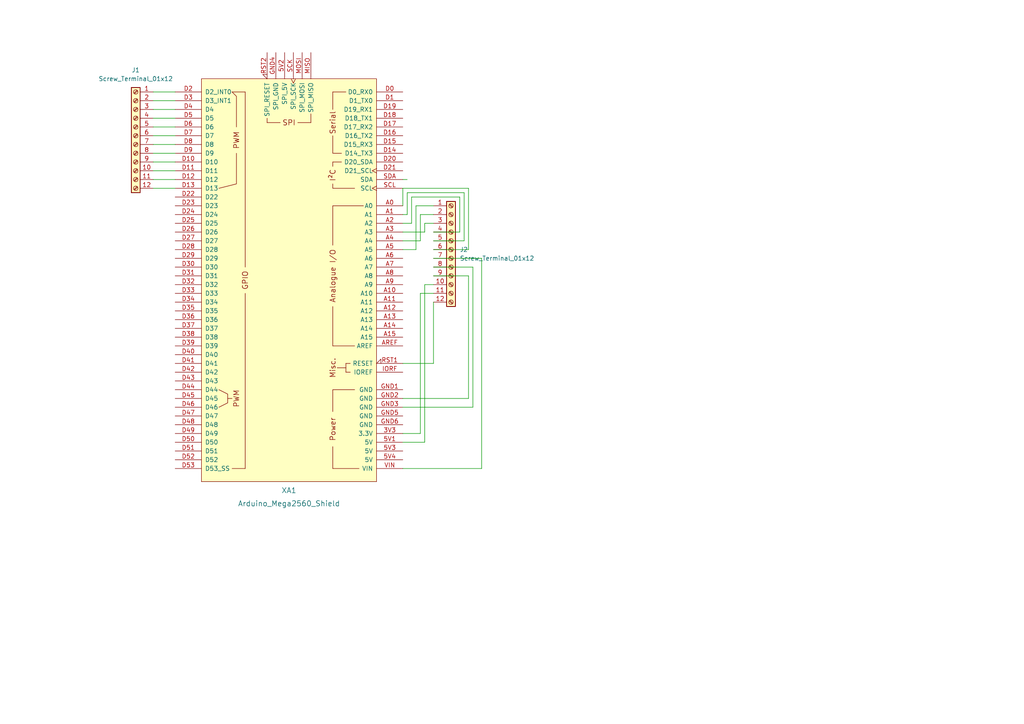
<source format=kicad_sch>
(kicad_sch (version 20211123) (generator eeschema)
  (paper "A4")
  (lib_symbols
    (symbol "Connector:Screw_Terminal_01x12" (pin_names (offset 1.016) hide)
      (property "Reference" "J" (at 0 15.24 0))
      (property "Value" "Screw_Terminal_01x12" (at 0 -17.78 0))
      (symbol "Screw_Terminal_01x12_1_1"
        (rectangle (start -1.27 13.97) (end 1.27 -16.51) (stroke (width 0.254)) (fill (type background)))
        (circle (center 0 -15.24) (radius 0.635) (stroke (width 0.1524)))
        (circle (center 0 -12.7) (radius 0.635) (stroke (width 0.1524)))
        (circle (center 0 -10.16) (radius 0.635) (stroke (width 0.1524)))
        (circle (center 0 -7.62) (radius 0.635) (stroke (width 0.1524)))
        (circle (center 0 -5.08) (radius 0.635) (stroke (width 0.1524)))
        (circle (center 0 -2.54) (radius 0.635) (stroke (width 0.1524)))
        (polyline (pts (xy -0.5334 -14.9098) (xy 0.3302 -15.748)) (stroke (width 0.1524)))
        (polyline (pts (xy -0.5334 -12.3698) (xy 0.3302 -13.208)) (stroke (width 0.1524)))
        (polyline (pts (xy -0.5334 -9.8298) (xy 0.3302 -10.668)) (stroke (width 0.1524)))
        (polyline (pts (xy -0.5334 -7.2898) (xy 0.3302 -8.128)) (stroke (width 0.1524)))
        (polyline (pts (xy -0.5334 -4.7498) (xy 0.3302 -5.588)) (stroke (width 0.1524)))
        (polyline (pts (xy -0.5334 -2.2098) (xy 0.3302 -3.048)) (stroke (width 0.1524)))
        (polyline (pts (xy -0.5334 0.3302) (xy 0.3302 -0.508)) (stroke (width 0.1524)))
        (polyline (pts (xy -0.5334 2.8702) (xy 0.3302 2.032)) (stroke (width 0.1524)))
        (polyline (pts (xy -0.5334 5.4102) (xy 0.3302 4.572)) (stroke (width 0.1524)))
        (polyline (pts (xy -0.5334 7.9502) (xy 0.3302 7.112)) (stroke (width 0.1524)))
        (polyline (pts (xy -0.5334 10.4902) (xy 0.3302 9.652)) (stroke (width 0.1524)))
        (polyline (pts (xy -0.5334 13.0302) (xy 0.3302 12.192)) (stroke (width 0.1524)))
        (polyline (pts (xy -0.3556 -14.732) (xy 0.508 -15.5702)) (stroke (width 0.1524)))
        (polyline (pts (xy -0.3556 -12.192) (xy 0.508 -13.0302)) (stroke (width 0.1524)))
        (polyline (pts (xy -0.3556 -9.652) (xy 0.508 -10.4902)) (stroke (width 0.1524)))
        (polyline (pts (xy -0.3556 -7.112) (xy 0.508 -7.9502)) (stroke (width 0.1524)))
        (polyline (pts (xy -0.3556 -4.572) (xy 0.508 -5.4102)) (stroke (width 0.1524)))
        (polyline (pts (xy -0.3556 -2.032) (xy 0.508 -2.8702)) (stroke (width 0.1524)))
        (polyline (pts (xy -0.3556 0.508) (xy 0.508 -0.3302)) (stroke (width 0.1524)))
        (polyline (pts (xy -0.3556 3.048) (xy 0.508 2.2098)) (stroke (width 0.1524)))
        (polyline (pts (xy -0.3556 5.588) (xy 0.508 4.7498)) (stroke (width 0.1524)))
        (polyline (pts (xy -0.3556 8.128) (xy 0.508 7.2898)) (stroke (width 0.1524)))
        (polyline (pts (xy -0.3556 10.668) (xy 0.508 9.8298)) (stroke (width 0.1524)))
        (polyline (pts (xy -0.3556 13.208) (xy 0.508 12.3698)) (stroke (width 0.1524)))
        (circle (center 0 0) (radius 0.635) (stroke (width 0.1524)))
        (circle (center 0 2.54) (radius 0.635) (stroke (width 0.1524)))
        (circle (center 0 5.08) (radius 0.635) (stroke (width 0.1524)))
        (circle (center 0 7.62) (radius 0.635) (stroke (width 0.1524)))
        (circle (center 0 10.16) (radius 0.635) (stroke (width 0.1524)))
        (circle (center 0 12.7) (radius 0.635) (stroke (width 0.1524)))
        (pin passive line (at -5.08 12.7 0) (length 3.81) (name "Pin_1") (number "1"))
        (pin passive line (at -5.08 -10.16 0) (length 3.81) (name "Pin_10") (number "10"))
        (pin passive line (at -5.08 -12.7 0) (length 3.81) (name "Pin_11") (number "11"))
        (pin passive line (at -5.08 -15.24 0) (length 3.81) (name "Pin_12") (number "12"))
        (pin passive line (at -5.08 10.16 0) (length 3.81) (name "Pin_2") (number "2"))
        (pin passive line (at -5.08 7.62 0) (length 3.81) (name "Pin_3") (number "3"))
        (pin passive line (at -5.08 5.08 0) (length 3.81) (name "Pin_4") (number "4"))
        (pin passive line (at -5.08 2.54 0) (length 3.81) (name "Pin_5") (number "5"))
        (pin passive line (at -5.08 0 0) (length 3.81) (name "Pin_6") (number "6"))
        (pin passive line (at -5.08 -2.54 0) (length 3.81) (name "Pin_7") (number "7"))
        (pin passive line (at -5.08 -5.08 0) (length 3.81) (name "Pin_8") (number "8"))
        (pin passive line (at -5.08 -7.62 0) (length 3.81) (name "Pin_9") (number "9"))
      )
    )
    (symbol "arduino:Arduino_Mega2560_Shield" (pin_names (offset 1.016))
      (property "Reference" "XA" (at 2.54 0 90))
      (property "Value" "Arduino_Mega2560_Shield" (at -2.54 0 90))
      (symbol "Arduino_Mega2560_Shield_0_0"
        (rectangle (start -25.4 -58.42) (end 25.4 58.42) (fill (type background)))
        (rectangle (start -20.32 -54.61) (end -12.7 -54.61))
        (rectangle (start -19.05 -31.75) (end -12.7 -31.75))
        (rectangle (start -19.05 -19.05) (end -12.7 -19.05))
        (rectangle (start -19.05 26.67) (end -12.7 26.67))
        (rectangle (start -17.78 -26.67) (end -16.51 -26.67))
        (rectangle (start -17.78 -24.13) (end -16.51 -24.13))
        (rectangle (start -16.51 -25.4) (end -13.97 -25.4))
        (rectangle (start -16.51 -24.13) (end -16.51 -26.67))
        (rectangle (start -16.51 54.61) (end -12.7 54.61))
        (rectangle (start -15.24 34.29) (end -12.7 34.29))
        (rectangle (start -15.24 36.83) (end -12.7 36.83))
        (rectangle (start -12.7 -54.61) (end -12.7 -48.26))
        (rectangle (start -12.7 -31.75) (end -12.7 -38.1))
        (rectangle (start -12.7 26.67) (end -12.7 27.94))
        (rectangle (start -12.7 34.29) (end -12.7 33.02))
        (rectangle (start -12.7 41.91) (end -12.7 36.83))
        (rectangle (start -12.7 49.53) (end -12.7 54.61))
        (rectangle (start -6.35 48.26) (end -6.35 45.72))
        (rectangle (start -2.54 45.72) (end -6.35 45.72))
        (polyline (pts (xy -21.59 21.59) (xy -12.7 21.59)))
        (polyline (pts (xy -12.7 -19.05) (xy -12.7 -7.62)))
        (polyline (pts (xy -12.7 10.16) (xy -12.7 21.59)))
        (polyline (pts (xy 12.7 -54.61) (xy 16.51 -54.61)))
        (polyline (pts (xy 12.7 54.61) (xy 16.51 54.61)))
        (polyline (pts (xy 17.78 -34.29) (xy 16.51 -34.29)))
        (polyline (pts (xy 15.24 36.83) (xy 15.24 27.94) (xy 20.32 26.67)))
        (polyline (pts (xy 15.24 44.45) (xy 15.24 53.34) (xy 16.51 54.61)))
        (polyline (pts (xy 20.32 -31.75) (xy 17.78 -33.02) (xy 17.78 -35.56) (xy 20.32 -36.83)))
        (rectangle (start 6.35 45.72) (end 2.54 45.72))
        (rectangle (start 6.35 46.99) (end 6.35 45.72))
        (text "Analogue I/O" (at -12.7 1.27 900) (effects (font (size 1.524 1.524))))
        (text "I²C" (at -12.7 30.48 900) (effects (font (size 1.524 1.524))))
        (text "Misc." (at -12.7 -25.4 900) (effects (font (size 1.524 1.524))))
        (text "Power" (at -12.7 -43.18 900) (effects (font (size 1.524 1.524))))
        (text "PWM" (at 15.24 -34.29 900) (effects (font (size 1.524 1.524))))
        (text "PWM" (at 15.24 40.64 900) (effects (font (size 1.524 1.524))))
        (text "Serial" (at -12.7 45.72 900) (effects (font (size 1.524 1.524))))
        (text "SPI" (at 0 45.72 0) (effects (font (size 1.524 1.524))))
      )
      (symbol "Arduino_Mega2560_Shield_1_0"
        (rectangle (start 12.7 -54.61) (end 12.7 -3.81))
        (rectangle (start 12.7 54.61) (end 12.7 3.81))
        (text "GPIO" (at 12.7 0 900) (effects (font (size 1.524 1.524))))
      )
      (symbol "Arduino_Mega2560_Shield_1_1"
        (pin power_out line (at -33.02 -44.45 0) (length 7.62) (name "3.3V") (number "3V3"))
        (pin power_in line (at -33.02 -46.99 0) (length 7.62) (name "5V") (number "5V1"))
        (pin power_in line (at 1.27 66.04 270) (length 7.62) (name "SPI_5V") (number "5V2"))
        (pin power_in line (at -33.02 -49.53 0) (length 7.62) (name "5V") (number "5V3"))
        (pin power_in line (at -33.02 -52.07 0) (length 7.62) (name "5V") (number "5V4"))
        (pin bidirectional line (at -33.02 21.59 0) (length 7.62) (name "A0") (number "A0"))
        (pin bidirectional line (at -33.02 19.05 0) (length 7.62) (name "A1") (number "A1"))
        (pin bidirectional line (at -33.02 -3.81 0) (length 7.62) (name "A10") (number "A10"))
        (pin bidirectional line (at -33.02 -6.35 0) (length 7.62) (name "A11") (number "A11"))
        (pin bidirectional line (at -33.02 -8.89 0) (length 7.62) (name "A12") (number "A12"))
        (pin bidirectional line (at -33.02 -11.43 0) (length 7.62) (name "A13") (number "A13"))
        (pin bidirectional line (at -33.02 -13.97 0) (length 7.62) (name "A14") (number "A14"))
        (pin bidirectional line (at -33.02 -16.51 0) (length 7.62) (name "A15") (number "A15"))
        (pin bidirectional line (at -33.02 16.51 0) (length 7.62) (name "A2") (number "A2"))
        (pin bidirectional line (at -33.02 13.97 0) (length 7.62) (name "A3") (number "A3"))
        (pin bidirectional line (at -33.02 11.43 0) (length 7.62) (name "A4") (number "A4"))
        (pin bidirectional line (at -33.02 8.89 0) (length 7.62) (name "A5") (number "A5"))
        (pin bidirectional line (at -33.02 6.35 0) (length 7.62) (name "A6") (number "A6"))
        (pin bidirectional line (at -33.02 3.81 0) (length 7.62) (name "A7") (number "A7"))
        (pin bidirectional line (at -33.02 1.27 0) (length 7.62) (name "A8") (number "A8"))
        (pin bidirectional line (at -33.02 -1.27 0) (length 7.62) (name "A9") (number "A9"))
        (pin input line (at -33.02 -19.05 0) (length 7.62) (name "AREF") (number "AREF"))
        (pin bidirectional line (at -33.02 54.61 0) (length 7.62) (name "D0_RX0") (number "D0"))
        (pin bidirectional line (at -33.02 52.07 0) (length 7.62) (name "D1_TX0") (number "D1"))
        (pin bidirectional line (at 33.02 34.29 180) (length 7.62) (name "D10") (number "D10"))
        (pin bidirectional line (at 33.02 31.75 180) (length 7.62) (name "D11") (number "D11"))
        (pin bidirectional line (at 33.02 29.21 180) (length 7.62) (name "D12") (number "D12"))
        (pin bidirectional line (at 33.02 26.67 180) (length 7.62) (name "D13") (number "D13"))
        (pin bidirectional line (at -33.02 36.83 0) (length 7.62) (name "D14_TX3") (number "D14"))
        (pin bidirectional line (at -33.02 39.37 0) (length 7.62) (name "D15_RX3") (number "D15"))
        (pin bidirectional line (at -33.02 41.91 0) (length 7.62) (name "D16_TX2") (number "D16"))
        (pin bidirectional line (at -33.02 44.45 0) (length 7.62) (name "D17_RX2") (number "D17"))
        (pin bidirectional line (at -33.02 46.99 0) (length 7.62) (name "D18_TX1") (number "D18"))
        (pin bidirectional line (at -33.02 49.53 0) (length 7.62) (name "D19_RX1") (number "D19"))
        (pin bidirectional line (at 33.02 54.61 180) (length 7.62) (name "D2_INT0") (number "D2"))
        (pin bidirectional line (at -33.02 34.29 0) (length 7.62) (name "D20_SDA") (number "D20"))
        (pin bidirectional clock (at -33.02 31.75 0) (length 7.62) (name "D21_SCL") (number "D21"))
        (pin bidirectional line (at 33.02 24.13 180) (length 7.62) (name "D22") (number "D22"))
        (pin bidirectional line (at 33.02 21.59 180) (length 7.62) (name "D23") (number "D23"))
        (pin bidirectional line (at 33.02 19.05 180) (length 7.62) (name "D24") (number "D24"))
        (pin bidirectional line (at 33.02 16.51 180) (length 7.62) (name "D25") (number "D25"))
        (pin bidirectional line (at 33.02 13.97 180) (length 7.62) (name "D26") (number "D26"))
        (pin bidirectional line (at 33.02 11.43 180) (length 7.62) (name "D27") (number "D27"))
        (pin bidirectional line (at 33.02 8.89 180) (length 7.62) (name "D28") (number "D28"))
        (pin bidirectional line (at 33.02 6.35 180) (length 7.62) (name "D29") (number "D29"))
        (pin bidirectional line (at 33.02 52.07 180) (length 7.62) (name "D3_INT1") (number "D3"))
        (pin bidirectional line (at 33.02 3.81 180) (length 7.62) (name "D30") (number "D30"))
        (pin bidirectional line (at 33.02 1.27 180) (length 7.62) (name "D31") (number "D31"))
        (pin bidirectional line (at 33.02 -1.27 180) (length 7.62) (name "D32") (number "D32"))
        (pin bidirectional line (at 33.02 -3.81 180) (length 7.62) (name "D33") (number "D33"))
        (pin bidirectional line (at 33.02 -6.35 180) (length 7.62) (name "D34") (number "D34"))
        (pin bidirectional line (at 33.02 -8.89 180) (length 7.62) (name "D35") (number "D35"))
        (pin bidirectional line (at 33.02 -11.43 180) (length 7.62) (name "D36") (number "D36"))
        (pin bidirectional line (at 33.02 -13.97 180) (length 7.62) (name "D37") (number "D37"))
        (pin bidirectional line (at 33.02 -16.51 180) (length 7.62) (name "D38") (number "D38"))
        (pin bidirectional line (at 33.02 -19.05 180) (length 7.62) (name "D39") (number "D39"))
        (pin bidirectional line (at 33.02 49.53 180) (length 7.62) (name "D4") (number "D4"))
        (pin bidirectional line (at 33.02 -21.59 180) (length 7.62) (name "D40") (number "D40"))
        (pin bidirectional line (at 33.02 -24.13 180) (length 7.62) (name "D41") (number "D41"))
        (pin bidirectional line (at 33.02 -26.67 180) (length 7.62) (name "D42") (number "D42"))
        (pin bidirectional line (at 33.02 -29.21 180) (length 7.62) (name "D43") (number "D43"))
        (pin bidirectional line (at 33.02 -31.75 180) (length 7.62) (name "D44") (number "D44"))
        (pin bidirectional line (at 33.02 -34.29 180) (length 7.62) (name "D45") (number "D45"))
        (pin bidirectional line (at 33.02 -36.83 180) (length 7.62) (name "D46") (number "D46"))
        (pin bidirectional line (at 33.02 -39.37 180) (length 7.62) (name "D47") (number "D47"))
        (pin bidirectional line (at 33.02 -41.91 180) (length 7.62) (name "D48") (number "D48"))
        (pin bidirectional line (at 33.02 -44.45 180) (length 7.62) (name "D49") (number "D49"))
        (pin bidirectional line (at 33.02 46.99 180) (length 7.62) (name "D5") (number "D5"))
        (pin bidirectional line (at 33.02 -46.99 180) (length 7.62) (name "D50") (number "D50"))
        (pin bidirectional line (at 33.02 -49.53 180) (length 7.62) (name "D51") (number "D51"))
        (pin bidirectional line (at 33.02 -52.07 180) (length 7.62) (name "D52") (number "D52"))
        (pin bidirectional line (at 33.02 -54.61 180) (length 7.62) (name "D53_SS") (number "D53"))
        (pin bidirectional line (at 33.02 44.45 180) (length 7.62) (name "D6") (number "D6"))
        (pin bidirectional line (at 33.02 41.91 180) (length 7.62) (name "D7") (number "D7"))
        (pin bidirectional line (at 33.02 39.37 180) (length 7.62) (name "D8") (number "D8"))
        (pin bidirectional line (at 33.02 36.83 180) (length 7.62) (name "D9") (number "D9"))
        (pin power_in line (at -33.02 -31.75 0) (length 7.62) (name "GND") (number "GND1"))
        (pin power_in line (at -33.02 -34.29 0) (length 7.62) (name "GND") (number "GND2"))
        (pin power_in line (at -33.02 -36.83 0) (length 7.62) (name "GND") (number "GND3"))
        (pin power_in line (at 3.81 66.04 270) (length 7.62) (name "SPI_GND") (number "GND4"))
        (pin power_in line (at -33.02 -39.37 0) (length 7.62) (name "GND") (number "GND5"))
        (pin power_in line (at -33.02 -41.91 0) (length 7.62) (name "GND") (number "GND6"))
        (pin output line (at -33.02 -26.67 0) (length 7.62) (name "IOREF") (number "IORF"))
        (pin input line (at -6.35 66.04 270) (length 7.62) (name "SPI_MISO") (number "MISO"))
        (pin output line (at -3.81 66.04 270) (length 7.62) (name "SPI_MOSI") (number "MOSI"))
        (pin open_collector input_low (at -33.02 -24.13 0) (length 7.62) (name "RESET") (number "RST1"))
        (pin open_collector input_low (at 6.35 66.04 270) (length 7.62) (name "SPI_RESET") (number "RST2"))
        (pin output clock (at -1.27 66.04 270) (length 7.62) (name "SPI_SCK") (number "SCK"))
        (pin bidirectional clock (at -33.02 26.67 0) (length 7.62) (name "SCL") (number "SCL"))
        (pin bidirectional line (at -33.02 29.21 0) (length 7.62) (name "SDA") (number "SDA"))
        (pin power_in line (at -33.02 -54.61 0) (length 7.62) (name "VIN") (number "VIN"))
      )
    )
  )
  (wire (pts (xy 44.45 54.61) (xy 50.8 54.61)))
  (wire (pts (xy 116.84 59.69) (xy 116.84 54.61)))
  (wire (pts (xy 137.16 118.11) (xy 137.16 77.47)))
  (wire (pts (xy 120.65 59.69) (xy 125.73 59.69)))
  (wire (pts (xy 44.45 31.75) (xy 50.8 31.75)))
  (wire (pts (xy 116.84 67.31) (xy 123.19 67.31)))
  (wire (pts (xy 135.89 115.57) (xy 135.89 80.01)))
  (wire (pts (xy 121.92 85.09) (xy 125.73 85.09)))
  (wire (pts (xy 44.45 34.29) (xy 50.8 34.29)))
  (wire (pts (xy 118.11 62.23) (xy 118.11 55.88)))
  (wire (pts (xy 134.62 69.85) (xy 125.73 69.85)))
  (wire (pts (xy 121.92 62.23) (xy 125.73 62.23)))
  (wire (pts (xy 116.84 135.89) (xy 139.7 135.89)))
  (wire (pts (xy 133.35 57.15) (xy 133.35 67.31)))
  (wire (pts (xy 44.45 49.53) (xy 50.8 49.53)))
  (wire (pts (xy 44.45 26.67) (xy 50.8 26.67)))
  (wire (pts (xy 44.45 46.99) (xy 50.8 46.99)))
  (wire (pts (xy 116.84 72.39) (xy 120.65 72.39)))
  (wire (pts (xy 44.45 39.37) (xy 50.8 39.37)))
  (wire (pts (xy 119.38 64.77) (xy 119.38 57.15)))
  (wire (pts (xy 116.84 118.11) (xy 137.16 118.11)))
  (wire (pts (xy 123.19 64.77) (xy 125.73 64.77)))
  (wire (pts (xy 116.84 105.41) (xy 125.73 105.41)))
  (wire (pts (xy 123.19 82.55) (xy 125.73 82.55)))
  (wire (pts (xy 44.45 41.91) (xy 50.8 41.91)))
  (wire (pts (xy 139.7 74.93) (xy 125.73 74.93)))
  (wire (pts (xy 116.84 115.57) (xy 135.89 115.57)))
  (wire (pts (xy 116.84 62.23) (xy 118.11 62.23)))
  (wire (pts (xy 116.84 64.77) (xy 119.38 64.77)))
  (wire (pts (xy 116.84 69.85) (xy 121.92 69.85)))
  (wire (pts (xy 135.89 54.61) (xy 135.89 72.39)))
  (wire (pts (xy 44.45 52.07) (xy 50.8 52.07)))
  (wire (pts (xy 121.92 125.73) (xy 121.92 85.09)))
  (wire (pts (xy 133.35 67.31) (xy 125.73 67.31)))
  (wire (pts (xy 116.84 54.61) (xy 135.89 54.61)))
  (wire (pts (xy 121.92 69.85) (xy 121.92 62.23)))
  (wire (pts (xy 123.19 67.31) (xy 123.19 64.77)))
  (wire (pts (xy 135.89 80.01) (xy 125.73 80.01)))
  (wire (pts (xy 134.62 55.88) (xy 134.62 69.85)))
  (wire (pts (xy 135.89 72.39) (xy 125.73 72.39)))
  (wire (pts (xy 44.45 29.21) (xy 50.8 29.21)))
  (wire (pts (xy 44.45 44.45) (xy 50.8 44.45)))
  (wire (pts (xy 137.16 77.47) (xy 125.73 77.47)))
  (wire (pts (xy 118.11 55.88) (xy 134.62 55.88)))
  (wire (pts (xy 44.45 36.83) (xy 50.8 36.83)))
  (wire (pts (xy 116.84 128.27) (xy 123.19 128.27)))
  (wire (pts (xy 116.84 52.07) (xy 118.11 52.07)))
  (wire (pts (xy 116.84 125.73) (xy 121.92 125.73)))
  (wire (pts (xy 123.19 128.27) (xy 123.19 82.55)))
  (wire (pts (xy 120.65 72.39) (xy 120.65 59.69)))
  (wire (pts (xy 139.7 135.89) (xy 139.7 74.93)))
  (wire (pts (xy 125.73 105.41) (xy 125.73 87.63)))
  (wire (pts (xy 119.38 57.15) (xy 133.35 57.15)))
  (symbol (lib_id "Connector:Screw_Terminal_01x12") (at 130.81 72.39 0) (unit 1)
    (property "Reference" "J2" (at 133.35 72.3899 0) (effects (justify left)))
    (property "Value" "Screw_Terminal_01x12" (at 133.35 74.9299 0) (effects (justify left)))
    (property "Footprint" "TerminalBlock_4Ucon:TerminalBlock_4Ucon_1x12_P3.50mm_Horizontal" (effects hide))
  )
  (symbol (lib_id "Connector:Screw_Terminal_01x12") (at 39.37 39.37 0) (mirror y) (unit 1)
    (property "Reference" "J1" (at 39.37 20.32 0))
    (property "Value" "Screw_Terminal_01x12" (at 39.37 22.86 0))
    (property "Footprint" "TerminalBlock_4Ucon:TerminalBlock_4Ucon_1x12_P3.50mm_Horizontal" (effects hide))
  )
  (symbol (lib_id "arduino:Arduino_Mega2560_Shield") (at 83.82 81.28 0) (mirror y) (unit 1)
    (property "Reference" "XA1" (at 83.82 142.24 0) (effects (font (size 1.524 1.524))))
    (property "Value" "Arduino_Mega2560_Shield" (at 83.82 146.05 0) (effects (font (size 1.524 1.524))))
    (property "Footprint" "Arduino:Arduino_Mega2560_Shield" (effects hide))
    (property "Datasheet" "https://store.arduino.cc/products/arduino-mega-2560-rev3" (effects hide))
  )
)
</source>
